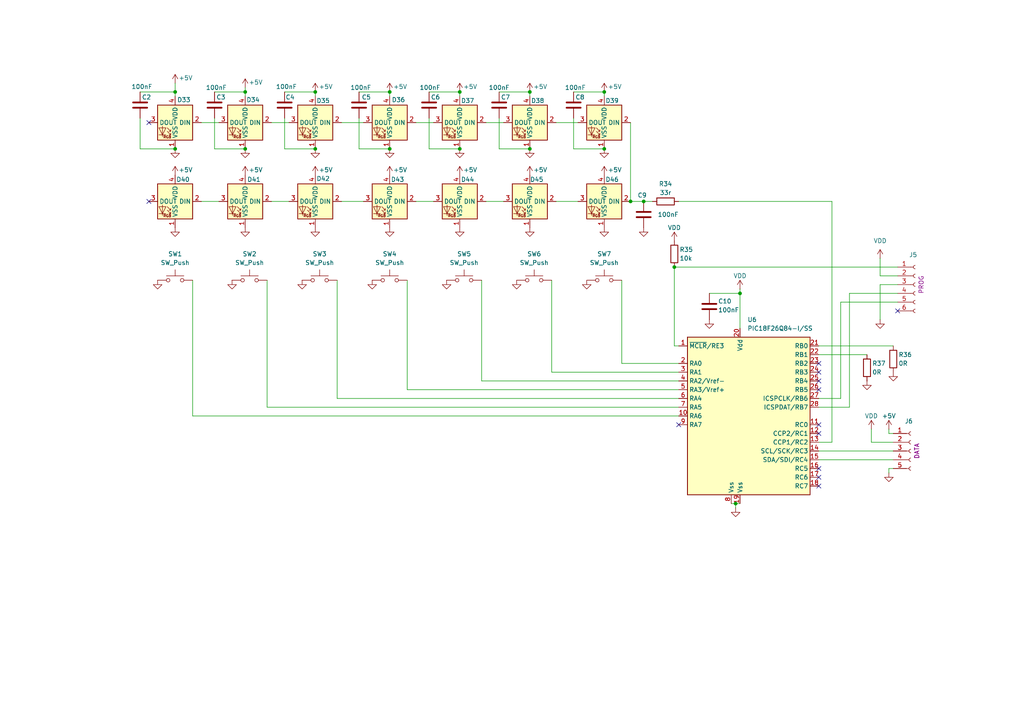
<source format=kicad_sch>
(kicad_sch (version 20250114) (generator "eeschema") (generator_version "9.0")
  (paper "A4")
  (lib_symbols
    (symbol "Connector:Conn_01x05_Socket" (pin_names (offset 1.016) (hide yes))
      (property "Reference" "J" (at 0 7.62 0))
      (property "Value" "Conn_01x05_Socket" (at 0 -7.62 0))
      (symbol "Conn_01x05_Socket_1_1"
        (polyline (pts (xy -1.27 5.08) (xy -0.508 5.08)) (stroke (width 0.1524)))
        (polyline (pts (xy -1.27 2.54) (xy -0.508 2.54)) (stroke (width 0.1524)))
        (polyline (pts (xy -1.27 0) (xy -0.508 0)) (stroke (width 0.1524)))
        (polyline (pts (xy -1.27 -2.54) (xy -0.508 -2.54)) (stroke (width 0.1524)))
        (polyline (pts (xy -1.27 -5.08) (xy -0.508 -5.08)) (stroke (width 0.1524)))
        (arc (start 0 4.572) (mid -0.5058 5.08) (end 0 5.588) (stroke (width 0.1524)))
        (arc (start 0 2.032) (mid -0.5058 2.54) (end 0 3.048) (stroke (width 0.1524)))
        (arc (start 0 -0.508) (mid -0.5058 0) (end 0 0.508) (stroke (width 0.1524)))
        (arc (start 0 -3.048) (mid -0.5058 -2.54) (end 0 -2.032) (stroke (width 0.1524)))
        (arc (start 0 -5.588) (mid -0.5058 -5.08) (end 0 -4.572) (stroke (width 0.1524)))
        (pin passive line (at -5.08 5.08 0) (length 3.81) (name "Pin_1") (number "1"))
        (pin passive line (at -5.08 2.54 0) (length 3.81) (name "Pin_2") (number "2"))
        (pin passive line (at -5.08 0 0) (length 3.81) (name "Pin_3") (number "3"))
        (pin passive line (at -5.08 -2.54 0) (length 3.81) (name "Pin_4") (number "4"))
        (pin passive line (at -5.08 -5.08 0) (length 3.81) (name "Pin_5") (number "5"))
      )
    )
    (symbol "Connector:Conn_01x06_Socket" (pin_names (offset 1.016) (hide yes))
      (property "Reference" "J" (at 0 7.62 0))
      (property "Value" "Conn_01x06_Socket" (at 0 -10.16 0))
      (symbol "Conn_01x06_Socket_1_1"
        (polyline (pts (xy -1.27 5.08) (xy -0.508 5.08)) (stroke (width 0.1524)))
        (polyline (pts (xy -1.27 2.54) (xy -0.508 2.54)) (stroke (width 0.1524)))
        (polyline (pts (xy -1.27 0) (xy -0.508 0)) (stroke (width 0.1524)))
        (polyline (pts (xy -1.27 -2.54) (xy -0.508 -2.54)) (stroke (width 0.1524)))
        (polyline (pts (xy -1.27 -5.08) (xy -0.508 -5.08)) (stroke (width 0.1524)))
        (polyline (pts (xy -1.27 -7.62) (xy -0.508 -7.62)) (stroke (width 0.1524)))
        (arc (start 0 4.572) (mid -0.5058 5.08) (end 0 5.588) (stroke (width 0.1524)))
        (arc (start 0 2.032) (mid -0.5058 2.54) (end 0 3.048) (stroke (width 0.1524)))
        (arc (start 0 -0.508) (mid -0.5058 0) (end 0 0.508) (stroke (width 0.1524)))
        (arc (start 0 -3.048) (mid -0.5058 -2.54) (end 0 -2.032) (stroke (width 0.1524)))
        (arc (start 0 -5.588) (mid -0.5058 -5.08) (end 0 -4.572) (stroke (width 0.1524)))
        (arc (start 0 -8.128) (mid -0.5058 -7.62) (end 0 -7.112) (stroke (width 0.1524)))
        (pin passive line (at -5.08 5.08 0) (length 3.81) (name "Pin_1") (number "1"))
        (pin passive line (at -5.08 2.54 0) (length 3.81) (name "Pin_2") (number "2"))
        (pin passive line (at -5.08 0 0) (length 3.81) (name "Pin_3") (number "3"))
        (pin passive line (at -5.08 -2.54 0) (length 3.81) (name "Pin_4") (number "4"))
        (pin passive line (at -5.08 -5.08 0) (length 3.81) (name "Pin_5") (number "5"))
        (pin passive line (at -5.08 -7.62 0) (length 3.81) (name "Pin_6") (number "6"))
      )
    )
    (symbol "Device:C" (pin_numbers (hide yes)) (pin_names (offset 0.254))
      (property "Reference" "C" (at 0.635 2.54 0))
      (property "Value" "C" (at 0.635 -2.54 0))
      (symbol "C_0_1"
        (polyline (pts (xy -2.032 0.762) (xy 2.032 0.762)) (stroke (width 0.508)))
        (polyline (pts (xy -2.032 -0.762) (xy 2.032 -0.762)) (stroke (width 0.508)))
      )
      (symbol "C_1_1"
        (pin passive line (at 0 3.81 270) (length 2.794) (name "~") (number "1"))
        (pin passive line (at 0 -3.81 90) (length 2.794) (name "~") (number "2"))
      )
    )
    (symbol "Device:R" (pin_numbers (hide yes)) (pin_names (offset 0))
      (property "Reference" "R" (at 2.032 0 90))
      (property "Value" "R" (at 0 0 90))
      (symbol "R_0_1"
        (rectangle (start -1.016 -2.54) (end 1.016 2.54) (stroke (width 0.254)))
      )
      (symbol "R_1_1"
        (pin passive line (at 0 3.81 270) (length 1.27) (name "~") (number "1"))
        (pin passive line (at 0 -3.81 90) (length 1.27) (name "~") (number "2"))
      )
    )
    (symbol "LED:LiteOn_LTST-E563C"
      (property "Reference" "D" (at 5.08 5.715 0))
      (property "Value" "LiteOn_LTST-E563C" (at 1.27 -5.715 0))
      (symbol "LiteOn_LTST-E563C_0_0"
        (text "RGB" (at 2.286 -4.191 0) (effects (font (size 0.762 0.762))))
      )
      (symbol "LiteOn_LTST-E563C_0_1"
        (polyline (pts (xy 1.27 -2.54) (xy 1.778 -2.54)))
        (polyline (pts (xy 1.27 -3.556) (xy 1.778 -3.556)))
        (polyline (pts (xy 2.286 -1.524) (xy 1.27 -2.54) (xy 1.27 -2.032)))
        (polyline (pts (xy 2.286 -2.54) (xy 1.27 -3.556) (xy 1.27 -3.048)))
        (polyline (pts (xy 3.683 -1.016) (xy 3.683 -3.556) (xy 3.683 -4.064)))
        (polyline (pts (xy 4.699 -1.524) (xy 2.667 -1.524) (xy 3.683 -3.556) (xy 4.699 -1.524)))
        (polyline (pts (xy 4.699 -3.556) (xy 2.667 -3.556)))
        (rectangle (start 5.08 5.08) (end -5.08 -5.08) (stroke (width 0.254)) (fill (type background)))
      )
      (symbol "LiteOn_LTST-E563C_1_1"
        (pin input line (at -7.62 0 0) (length 2.54) (name "DIN") (number "2"))
        (pin power_in line (at 0 7.62 270) (length 2.54) (name "VDD") (number "4"))
        (pin power_in line (at 0 -7.62 90) (length 2.54) (name "VSS") (number "1"))
        (pin output line (at 7.62 0 180) (length 2.54) (name "DOUT") (number "3"))
      )
    )
    (symbol "Switch:SW_Push" (pin_numbers (hide yes)) (pin_names (offset 1.016) (hide yes))
      (property "Reference" "SW" (at 1.27 2.54 0))
      (property "Value" "SW_Push" (at 0 -1.524 0))
      (symbol "SW_Push_0_1"
        (circle (center -2.032 0) (radius 0.508))
        (polyline (pts (xy 0 1.27) (xy 0 3.048)))
        (circle (center 2.032 0) (radius 0.508))
        (polyline (pts (xy 2.54 1.27) (xy -2.54 1.27)))
        (pin passive line (at -5.08 0 0) (length 2.54) (name "1") (number "1"))
        (pin passive line (at 5.08 0 180) (length 2.54) (name "2") (number "2"))
      )
    )
    (symbol "panel-01:PIC18F26Q84_ISS"
      (property "Reference" "U" (at -15.24 24.13 0))
      (property "Value" "PIC18F26Q84-I/SS" (at 9.652 24.13 0))
      (symbol "PIC18F26Q84_ISS_0_1"
        (rectangle (start -17.78 22.86) (end 17.78 -22.86) (stroke (width 0.254)) (fill (type background)))
      )
      (symbol "PIC18F26Q84_ISS_1_1"
        (pin bidirectional line (at -20.32 20.32 0) (length 2.54) (name "~{MCLR}/RE3") (number "1"))
        (pin bidirectional line (at -20.32 15.24 0) (length 2.54) (name "RA0") (number "2"))
        (pin bidirectional line (at -20.32 12.7 0) (length 2.54) (name "RA1") (number "3"))
        (pin bidirectional line (at -20.32 10.16 0) (length 2.54) (name "RA2/Vref-") (number "4"))
        (pin bidirectional line (at -20.32 7.62 0) (length 2.54) (name "RA3/Vref+") (number "5"))
        (pin bidirectional line (at -20.32 5.08 0) (length 2.54) (name "RA4") (number "6"))
        (pin bidirectional line (at -20.32 2.54 0) (length 2.54) (name "RA5") (number "7"))
        (pin bidirectional line (at -20.32 0 0) (length 2.54) (name "RA6") (number "10"))
        (pin bidirectional line (at -20.32 -2.54 0) (length 2.54) (name "RA7") (number "9"))
        (pin power_in line (at -5.08 -25.4 90) (length 2.54) (name "Vss") (number "8"))
        (pin power_in line (at -2.54 25.4 270) (length 2.54) (name "Vdd") (number "20"))
        (pin power_in line (at -2.54 -25.4 90) (length 2.54) (name "Vss") (number "19"))
        (pin bidirectional line (at 20.32 20.32 180) (length 2.54) (name "RB0") (number "21"))
        (pin bidirectional line (at 20.32 17.78 180) (length 2.54) (name "RB1") (number "22"))
        (pin bidirectional line (at 20.32 15.24 180) (length 2.54) (name "RB2") (number "23"))
        (pin bidirectional line (at 20.32 12.7 180) (length 2.54) (name "RB3") (number "24"))
        (pin bidirectional line (at 20.32 10.16 180) (length 2.54) (name "RB4") (number "25"))
        (pin bidirectional line (at 20.32 7.62 180) (length 2.54) (name "RB5") (number "26"))
        (pin bidirectional line (at 20.32 5.08 180) (length 2.54) (name "ICSPCLK/RB6") (number "27"))
        (pin bidirectional line (at 20.32 2.54 180) (length 2.54) (name "ICSPDAT/RB7") (number "28"))
        (pin bidirectional line (at 20.32 -2.54 180) (length 2.54) (name "RC0") (number "11"))
        (pin bidirectional line (at 20.32 -5.08 180) (length 2.54) (name "CCP2/RC1") (number "12"))
        (pin bidirectional line (at 20.32 -7.62 180) (length 2.54) (name "CCP1/RC2") (number "13"))
        (pin bidirectional line (at 20.32 -10.16 180) (length 2.54) (name "SCL/SCK/RC3") (number "14"))
        (pin bidirectional line (at 20.32 -12.7 180) (length 2.54) (name "SDA/SDI/RC4") (number "15"))
        (pin bidirectional line (at 20.32 -15.24 180) (length 2.54) (name "RC5") (number "16"))
        (pin bidirectional line (at 20.32 -17.78 180) (length 2.54) (name "RC6") (number "17"))
        (pin bidirectional line (at 20.32 -20.32 180) (length 2.54) (name "RC7") (number "18"))
      )
    )
    (symbol "power:+5V" (power) (pin_numbers (hide yes)) (pin_names (offset 0) (hide yes))
      (property "Value" "+5V" (at 0 3.556 0))
      (symbol "+5V_0_1"
        (polyline (pts (xy -0.762 1.27) (xy 0 2.54)))
        (polyline (pts (xy 0 2.54) (xy 0.762 1.27)))
        (polyline (pts (xy 0 0) (xy 0 2.54)))
      )
      (symbol "+5V_1_1"
        (pin power_in line (at 0 0 90) (length 0) (name "~") (number "1"))
      )
    )
    (symbol "power:GND" (power) (pin_numbers (hide yes)) (pin_names (offset 0) (hide yes))
      (property "Value" "GND" (at 0 -3.81 0))
      (symbol "GND_0_1"
        (polyline (pts (xy 0 0) (xy 0 -1.27) (xy 1.27 -1.27) (xy 0 -2.54) (xy -1.27 -1.27) (xy 0 -1.27)))
      )
      (symbol "GND_1_1"
        (pin power_in line (at 0 0 270) (length 0) (name "~") (number "1"))
      )
    )
    (symbol "power:VDD" (power) (pin_numbers (hide yes)) (pin_names (offset 0) (hide yes))
      (property "Value" "VDD" (at 0 3.556 0))
      (symbol "VDD_0_1"
        (polyline (pts (xy -0.762 1.27) (xy 0 2.54)))
        (polyline (pts (xy 0 2.54) (xy 0.762 1.27)))
        (polyline (pts (xy 0 0) (xy 0 2.54)))
      )
      (symbol "VDD_1_1"
        (pin power_in line (at 0 0 90) (length 0) (name "~") (number "1"))
      )
    )
  )
  (junction (at 113.03 43.18))
  (junction (at 195.58 77.47))
  (junction (at 175.26 26.67))
  (junction (at 133.35 43.18))
  (junction (at 50.8 26.67))
  (junction (at 182.88 58.42))
  (junction (at 153.67 26.67))
  (junction (at 133.35 26.67))
  (junction (at 153.67 43.18))
  (junction (at 186.69 58.42))
  (junction (at 71.12 43.18))
  (junction (at 214.63 85.09))
  (junction (at 91.44 43.18))
  (junction (at 91.44 26.67))
  (junction (at 71.12 26.67))
  (junction (at 50.8 43.18))
  (junction (at 213.36 146.05))
  (junction (at 175.26 43.18))
  (junction (at 113.03 26.67))
  (no_connect (at 43.18 35.56))
  (no_connect (at 196.85 123.19))
  (no_connect (at 237.49 123.19))
  (no_connect (at 43.18 58.42))
  (no_connect (at 237.49 138.43))
  (no_connect (at 237.49 110.49))
  (no_connect (at 237.49 113.03))
  (no_connect (at 260.35 90.17))
  (no_connect (at 237.49 107.95))
  (no_connect (at 237.49 135.89))
  (no_connect (at 237.49 105.41))
  (no_connect (at 237.49 140.97))
  (no_connect (at 237.49 125.73))
  (wire (pts (xy 58.42 35.56) (xy 63.5 35.56)))
  (wire (pts (xy 55.88 81.28) (xy 55.88 120.65)))
  (wire (pts (xy 140.97 35.56) (xy 146.05 35.56)))
  (wire (pts (xy 255.27 82.55) (xy 255.27 92.71)))
  (wire (pts (xy 82.55 26.67) (xy 91.44 26.67)))
  (wire (pts (xy 241.3 58.42) (xy 196.85 58.42)))
  (wire (pts (xy 259.08 135.89) (xy 257.81 135.89)))
  (wire (pts (xy 195.58 77.47) (xy 195.58 100.33)))
  (wire (pts (xy 237.49 130.81) (xy 259.08 130.81)))
  (wire (pts (xy 243.84 87.63) (xy 243.84 115.57)))
  (wire (pts (xy 195.58 77.47) (xy 260.35 77.47)))
  (wire (pts (xy 144.78 26.67) (xy 153.67 26.67)))
  (wire (pts (xy 246.38 85.09) (xy 246.38 118.11)))
  (wire (pts (xy 62.23 26.67) (xy 71.12 26.67)))
  (wire (pts (xy 62.23 43.18) (xy 71.12 43.18)))
  (wire (pts (xy 78.74 58.42) (xy 83.82 58.42)))
  (wire (pts (xy 237.49 133.35) (xy 259.08 133.35)))
  (wire (pts (xy 166.37 34.29) (xy 166.37 43.18)))
  (wire (pts (xy 167.64 58.42) (xy 161.29 58.42)))
  (wire (pts (xy 55.88 120.65) (xy 196.85 120.65)))
  (wire (pts (xy 104.14 43.18) (xy 113.03 43.18)))
  (wire (pts (xy 182.88 58.42) (xy 186.69 58.42)))
  (wire (pts (xy 214.63 85.09) (xy 214.63 83.82)))
  (wire (pts (xy 257.81 125.73) (xy 257.81 124.46)))
  (wire (pts (xy 146.05 58.42) (xy 140.97 58.42)))
  (wire (pts (xy 50.8 24.13) (xy 50.8 26.67)))
  (wire (pts (xy 260.35 82.55) (xy 255.27 82.55)))
  (wire (pts (xy 58.42 58.42) (xy 63.5 58.42)))
  (wire (pts (xy 260.35 80.01) (xy 255.27 80.01)))
  (wire (pts (xy 166.37 43.18) (xy 175.26 43.18)))
  (wire (pts (xy 40.64 34.29) (xy 40.64 43.18)))
  (wire (pts (xy 71.12 25.4) (xy 71.12 26.67)))
  (wire (pts (xy 77.47 118.11) (xy 196.85 118.11)))
  (wire (pts (xy 186.69 58.42) (xy 189.23 58.42)))
  (wire (pts (xy 124.46 34.29) (xy 124.46 43.18)))
  (wire (pts (xy 124.46 43.18) (xy 133.35 43.18)))
  (wire (pts (xy 213.36 146.05) (xy 213.36 147.32)))
  (wire (pts (xy 161.29 35.56) (xy 167.64 35.56)))
  (wire (pts (xy 237.49 102.87) (xy 251.46 102.87)))
  (wire (pts (xy 160.02 107.95) (xy 196.85 107.95)))
  (wire (pts (xy 212.09 146.05) (xy 213.36 146.05)))
  (wire (pts (xy 246.38 85.09) (xy 260.35 85.09)))
  (wire (pts (xy 124.46 26.67) (xy 133.35 26.67)))
  (wire (pts (xy 214.63 146.05) (xy 213.36 146.05)))
  (wire (pts (xy 113.03 26.67) (xy 113.03 27.94)))
  (wire (pts (xy 104.14 26.67) (xy 113.03 26.67)))
  (wire (pts (xy 214.63 85.09) (xy 214.63 95.25)))
  (wire (pts (xy 180.34 81.28) (xy 180.34 105.41)))
  (wire (pts (xy 139.7 110.49) (xy 196.85 110.49)))
  (wire (pts (xy 50.8 26.67) (xy 50.8 27.94)))
  (wire (pts (xy 182.88 35.56) (xy 182.88 58.42)))
  (wire (pts (xy 118.11 81.28) (xy 118.11 113.03)))
  (wire (pts (xy 120.65 35.56) (xy 125.73 35.56)))
  (wire (pts (xy 175.26 26.67) (xy 175.26 27.94)))
  (wire (pts (xy 125.73 58.42) (xy 120.65 58.42)))
  (wire (pts (xy 40.64 26.67) (xy 50.8 26.67)))
  (wire (pts (xy 71.12 26.67) (xy 71.12 27.94)))
  (wire (pts (xy 144.78 34.29) (xy 144.78 43.18)))
  (wire (pts (xy 237.49 118.11) (xy 246.38 118.11)))
  (wire (pts (xy 180.34 105.41) (xy 196.85 105.41)))
  (wire (pts (xy 243.84 87.63) (xy 260.35 87.63)))
  (wire (pts (xy 243.84 115.57) (xy 237.49 115.57)))
  (wire (pts (xy 252.73 128.27) (xy 252.73 124.46)))
  (wire (pts (xy 91.44 26.67) (xy 91.44 27.94)))
  (wire (pts (xy 104.14 34.29) (xy 104.14 43.18)))
  (wire (pts (xy 257.81 135.89) (xy 257.81 137.16)))
  (wire (pts (xy 62.23 34.29) (xy 62.23 43.18)))
  (wire (pts (xy 153.67 26.67) (xy 153.67 27.94)))
  (wire (pts (xy 82.55 34.29) (xy 82.55 43.18)))
  (wire (pts (xy 241.3 58.42) (xy 241.3 128.27)))
  (wire (pts (xy 118.11 113.03) (xy 196.85 113.03)))
  (wire (pts (xy 144.78 43.18) (xy 153.67 43.18)))
  (wire (pts (xy 99.06 35.56) (xy 105.41 35.56)))
  (wire (pts (xy 82.55 43.18) (xy 91.44 43.18)))
  (wire (pts (xy 195.58 100.33) (xy 196.85 100.33)))
  (wire (pts (xy 133.35 26.67) (xy 133.35 27.94)))
  (wire (pts (xy 77.47 81.28) (xy 77.47 118.11)))
  (wire (pts (xy 241.3 128.27) (xy 237.49 128.27)))
  (wire (pts (xy 99.06 58.42) (xy 105.41 58.42)))
  (wire (pts (xy 259.08 125.73) (xy 257.81 125.73)))
  (wire (pts (xy 139.7 81.28) (xy 139.7 110.49)))
  (wire (pts (xy 97.79 115.57) (xy 196.85 115.57)))
  (wire (pts (xy 78.74 35.56) (xy 83.82 35.56)))
  (wire (pts (xy 166.37 26.67) (xy 175.26 26.67)))
  (wire (pts (xy 160.02 81.28) (xy 160.02 107.95)))
  (wire (pts (xy 259.08 128.27) (xy 252.73 128.27)))
  (wire (pts (xy 40.64 43.18) (xy 50.8 43.18)))
  (wire (pts (xy 237.49 100.33) (xy 259.08 100.33)))
  (wire (pts (xy 97.79 81.28) (xy 97.79 115.57)))
  (wire (pts (xy 255.27 74.93) (xy 255.27 80.01)))
  (wire (pts (xy 205.74 85.09) (xy 214.63 85.09)))
  (symbol (lib_id "power:GND") (at 133.35 66.04 0) (mirror y) (unit 1)
    (property "Reference" "#PWR0184" (effects (hide yes)))
    (property "Value" "GND" (effects (hide yes)))
    (property "Description" "Power symbol creates a global label with name \"GND\" , ground" (effects (hide yes)))
  )
  (symbol (lib_id "power:GND") (at 186.69 66.04 0) (mirror y) (unit 1)
    (property "Reference" "#PWR059" (effects (hide yes)))
    (property "Value" "GND" (effects (hide yes)))
    (property "Description" "Power symbol creates a global label with name \"GND\" , ground" (effects (hide yes)))
  )
  (symbol (lib_id "Connector:Conn_01x05_Socket") (at 264.16 130.81 0) (unit 1)
    (property "Reference" "J6" (at 262.382 122.174 0) (effects (justify left)))
    (property "Value" "Conn_01x05_Socket" (effects (hide yes)))
    (property "Description" "Generic connector, single row, 01x05, script generated" (effects (hide yes)))
    (property "Label" "DATA" (at 265.938 130.81 90))
  )
  (symbol (lib_id "Switch:SW_Push") (at 50.8 81.28 0) (unit 1)
    (property "Reference" "SW1" (at 50.8 73.66 0))
    (property "Value" "SW_Push" (at 50.8 76.2 0))
    (property "Description" "Push button switch, generic, two pins" (effects (hide yes)))
  )
  (symbol (lib_id "Device:R") (at 193.04 58.42 90) (mirror x) (unit 1)
    (property "Reference" "R34" (at 193.04 53.34 90))
    (property "Value" "33r" (at 193.04 55.88 90))
    (property "Description" "Resistor" (effects (hide yes)))
  )
  (symbol (lib_id "power:GND") (at 259.08 107.95 0) (unit 1)
    (property "Reference" "#PWR051" (effects (hide yes)))
    (property "Value" "GND" (effects (hide yes)))
    (property "Description" "Power symbol creates a global label with name \"GND\" , ground" (effects (hide yes)))
  )
  (symbol (lib_id "power:GND") (at 50.8 43.18 0) (mirror y) (unit 1)
    (property "Reference" "#PWR021" (effects (hide yes)))
    (property "Value" "GND" (effects (hide yes)))
    (property "Description" "Power symbol creates a global label with name \"GND\" , ground" (effects (hide yes)))
  )
  (symbol (lib_id "power:VDD") (at 195.58 69.85 0) (unit 1)
    (property "Reference" "#PWR039" (effects (hide yes)))
    (property "Value" "VDD" (at 195.58 66.04 0))
    (property "Description" "Power symbol creates a global label with name \"VDD\"" (effects (hide yes)))
  )
  (symbol (lib_id "power:GND") (at 113.03 43.18 0) (mirror y) (unit 1)
    (property "Reference" "#PWR024" (effects (hide yes)))
    (property "Value" "GND" (effects (hide yes)))
    (property "Description" "Power symbol creates a global label with name \"GND\" , ground" (effects (hide yes)))
  )
  (symbol (lib_id "Device:C") (at 104.14 30.48 0) (unit 1)
    (property "Reference" "C5" (at 104.902 28.194 0) (effects (justify left)))
    (property "Value" "100nF" (at 101.6 25.4 0) (effects (justify left)))
    (property "Description" "Unpolarized capacitor" (effects (hide yes)))
  )
  (symbol (lib_id "power:GND") (at 113.03 66.04 0) (mirror y) (unit 1)
    (property "Reference" "#PWR036" (effects (hide yes)))
    (property "Value" "GND" (effects (hide yes)))
    (property "Description" "Power symbol creates a global label with name \"GND\" , ground" (effects (hide yes)))
  )
  (symbol (lib_id "power:GND") (at 257.81 137.16 0) (unit 1)
    (property "Reference" "#PWR055" (effects (hide yes)))
    (property "Value" "GND" (effects (hide yes)))
    (property "Description" "Power symbol creates a global label with name \"GND\" , ground" (effects (hide yes)))
  )
  (symbol (lib_id "LED:LiteOn_LTST-E563C") (at 153.67 35.56 0) (mirror y) (unit 1)
    (property "Reference" "D38" (at 155.956 29.21 0))
    (property "Value" "LiteOn_LTST-E563C" (effects (hide yes)))
    (property "Footprint" "LED_SMD:LED_LiteOn_LTST-E563C_PLCC4_5.0x5.0mm_P3.2mm" (effects (hide yes)))
    (property "Datasheet" "https://optoelectronics.liteon.com/upload/download/DS35-2018-0092/LTST-E563CHEGBW-AW.PDF" (effects (hide yes)))
    (property "Description" "5x5mm RGB LED with integrated controller" (effects (hide yes)))
  )
  (symbol (lib_id "power:GND") (at 205.74 92.71 0) (unit 1)
    (property "Reference" "#PWR042" (effects (hide yes)))
    (property "Value" "GND" (effects (hide yes)))
    (property "Description" "Power symbol creates a global label with name \"GND\" , ground" (effects (hide yes)))
  )
  (symbol (lib_id "power:GND") (at 175.26 66.04 0) (mirror y) (unit 1)
    (property "Reference" "#PWR038" (effects (hide yes)))
    (property "Value" "GND" (effects (hide yes)))
    (property "Description" "Power symbol creates a global label with name \"GND\" , ground" (effects (hide yes)))
  )
  (symbol (lib_id "power:+5V") (at 50.8 24.13 0) (mirror y) (unit 1)
    (property "Reference" "#PWR014" (effects (hide yes)))
    (property "Value" "+5V" (at 53.848 22.606 0))
    (property "Description" "Power symbol creates a global label with name \"+5V\"" (effects (hide yes)))
  )
  (symbol (lib_id "Switch:SW_Push") (at 72.39 81.28 0) (unit 1)
    (property "Reference" "SW2" (at 72.39 73.66 0))
    (property "Value" "SW_Push" (at 72.39 76.2 0))
    (property "Description" "Push button switch, generic, two pins" (effects (hide yes)))
  )
  (symbol (lib_id "LED:LiteOn_LTST-E563C") (at 71.12 58.42 0) (mirror y) (unit 1)
    (property "Reference" "D41" (at 73.66 52.07 0))
    (property "Value" "LiteOn_LTST-E563C" (effects (hide yes)))
    (property "Footprint" "LED_SMD:LED_LiteOn_LTST-E563C_PLCC4_5.0x5.0mm_P3.2mm" (effects (hide yes)))
    (property "Datasheet" "https://optoelectronics.liteon.com/upload/download/DS35-2018-0092/LTST-E563CHEGBW-AW.PDF" (effects (hide yes)))
    (property "Description" "5x5mm RGB LED with integrated controller" (effects (hide yes)))
  )
  (symbol (lib_id "power:VDD") (at 252.73 124.46 0) (unit 1)
    (property "Reference" "#PWR053" (effects (hide yes)))
    (property "Value" "VDD" (at 252.73 120.65 0))
    (property "Description" "Power symbol creates a global label with name \"VDD\"" (effects (hide yes)))
  )
  (symbol (lib_id "LED:LiteOn_LTST-E563C") (at 133.35 35.56 0) (mirror y) (unit 1)
    (property "Reference" "D37" (at 135.636 29.21 0))
    (property "Value" "LiteOn_LTST-E563C" (effects (hide yes)))
    (property "Footprint" "LED_SMD:LED_LiteOn_LTST-E563C_PLCC4_5.0x5.0mm_P3.2mm" (effects (hide yes)))
    (property "Datasheet" "https://optoelectronics.liteon.com/upload/download/DS35-2018-0092/LTST-E563CHEGBW-AW.PDF" (effects (hide yes)))
    (property "Description" "5x5mm RGB LED with integrated controller" (effects (hide yes)))
  )
  (symbol (lib_id "power:VDD") (at 214.63 83.82 0) (unit 1)
    (property "Reference" "#PWR097" (effects (hide yes)))
    (property "Value" "VDD" (at 214.63 80.01 0))
    (property "Description" "Power symbol creates a global label with name \"VDD\"" (effects (hide yes)))
  )
  (symbol (lib_id "power:+5V") (at 133.35 26.67 0) (mirror y) (unit 1)
    (property "Reference" "#PWR018" (effects (hide yes)))
    (property "Value" "+5V" (at 136.398 25.146 0))
    (property "Description" "Power symbol creates a global label with name \"+5V\"" (effects (hide yes)))
  )
  (symbol (lib_id "Device:C") (at 82.55 30.48 0) (unit 1)
    (property "Reference" "C4" (at 82.804 28.194 0) (effects (justify left)))
    (property "Value" "100nF" (at 80.01 25.146 0) (effects (justify left)))
    (property "Description" "Unpolarized capacitor" (effects (hide yes)))
  )
  (symbol (lib_id "power:GND") (at 87.63 81.28 0) (unit 1)
    (property "Reference" "#PWR046" (effects (hide yes)))
    (property "Value" "GND" (effects (hide yes)))
    (property "Description" "Power symbol creates a global label with name \"GND\" , ground" (effects (hide yes)))
  )
  (symbol (lib_id "Device:R") (at 251.46 106.68 0) (unit 1)
    (property "Reference" "R37" (at 252.984 105.41 0) (effects (justify left)))
    (property "Value" "0R" (at 252.984 107.95 0) (effects (justify left)))
    (property "Description" "Resistor" (effects (hide yes)))
  )
  (symbol (lib_id "power:+5V") (at 71.12 25.4 0) (mirror y) (unit 1)
    (property "Reference" "#PWR015" (effects (hide yes)))
    (property "Value" "+5V" (at 74.168 23.876 0))
    (property "Description" "Power symbol creates a global label with name \"+5V\"" (effects (hide yes)))
  )
  (symbol (lib_id "LED:LiteOn_LTST-E563C") (at 113.03 35.56 0) (mirror y) (unit 1)
    (property "Reference" "D36" (at 115.57 28.956 0))
    (property "Value" "LiteOn_LTST-E563C" (effects (hide yes)))
    (property "Footprint" "LED_SMD:LED_LiteOn_LTST-E563C_PLCC4_5.0x5.0mm_P3.2mm" (effects (hide yes)))
    (property "Datasheet" "https://optoelectronics.liteon.com/upload/download/DS35-2018-0092/LTST-E563CHEGBW-AW.PDF" (effects (hide yes)))
    (property "Description" "5x5mm RGB LED with integrated controller" (effects (hide yes)))
  )
  (symbol (lib_id "panel-01:PIC18F26Q84_ISS") (at 217.17 120.65 0) (unit 1)
    (property "Reference" "U6" (at 216.7733 92.71 0) (effects (justify left)))
    (property "Value" "PIC18F26Q84-I/SS" (at 216.7733 95.25 0) (effects (justify left)))
    (property "Datasheet" "https://www.mouser.es/datasheet/3/282/1/PIC18F26-46-56Q84-Data-Sheet-DS40002259.pdf" (effects (hide yes)))
  )
  (symbol (lib_id "Device:C") (at 144.78 30.48 0) (unit 1)
    (property "Reference" "C7" (at 145.288 28.194 0) (effects (justify left)))
    (property "Value" "100nF" (at 141.732 25.4 0) (effects (justify left)))
    (property "Description" "Unpolarized capacitor" (effects (hide yes)))
  )
  (symbol (lib_id "power:GND") (at 71.12 43.18 0) (mirror y) (unit 1)
    (property "Reference" "#PWR022" (effects (hide yes)))
    (property "Value" "GND" (effects (hide yes)))
    (property "Description" "Power symbol creates a global label with name \"GND\" , ground" (effects (hide yes)))
  )
  (symbol (lib_id "Device:R") (at 259.08 104.14 180) (unit 1)
    (property "Reference" "R36" (at 260.604 102.87 0) (effects (justify right)))
    (property "Value" "0R" (at 260.604 105.41 0) (effects (justify right)))
    (property "Description" "Resistor" (effects (hide yes)))
  )
  (symbol (lib_id "Connector:Conn_01x06_Socket") (at 265.43 82.55 0) (unit 1)
    (property "Reference" "J5" (at 263.652 73.914 0) (effects (justify left)))
    (property "Value" "Conn_01x05_Socket" (effects (hide yes)))
    (property "Description" "Generic connector, single row, 01x06, script generated" (effects (hide yes)))
    (property "Label" "PROG" (at 267.208 82.55 90))
  )
  (symbol (lib_id "LED:LiteOn_LTST-E563C") (at 50.8 58.42 0) (mirror y) (unit 1)
    (property "Reference" "D40" (at 53.086 52.07 0))
    (property "Value" "LiteOn_LTST-E563C" (effects (hide yes)))
    (property "Footprint" "LED_SMD:LED_LiteOn_LTST-E563C_PLCC4_5.0x5.0mm_P3.2mm" (effects (hide yes)))
    (property "Datasheet" "https://optoelectronics.liteon.com/upload/download/DS35-2018-0092/LTST-E563CHEGBW-AW.PDF" (effects (hide yes)))
    (property "Description" "5x5mm RGB LED with integrated controller" (effects (hide yes)))
  )
  (symbol (lib_id "power:GND") (at 71.12 66.04 0) (mirror y) (unit 1)
    (property "Reference" "#PWR034" (effects (hide yes)))
    (property "Value" "GND" (effects (hide yes)))
    (property "Description" "Power symbol creates a global label with name \"GND\" , ground" (effects (hide yes)))
  )
  (symbol (lib_id "LED:LiteOn_LTST-E563C") (at 91.44 35.56 0) (mirror y) (unit 1)
    (property "Reference" "D35" (at 93.726 29.21 0))
    (property "Value" "LiteOn_LTST-E563C" (effects (hide yes)))
    (property "Footprint" "LED_SMD:LED_LiteOn_LTST-E563C_PLCC4_5.0x5.0mm_P3.2mm" (effects (hide yes)))
    (property "Datasheet" "https://optoelectronics.liteon.com/upload/download/DS35-2018-0092/LTST-E563CHEGBW-AW.PDF" (effects (hide yes)))
    (property "Description" "5x5mm RGB LED with integrated controller" (effects (hide yes)))
  )
  (symbol (lib_id "power:GND") (at 129.54 81.28 0) (unit 1)
    (property "Reference" "#PWR048" (effects (hide yes)))
    (property "Value" "GND" (effects (hide yes)))
    (property "Description" "Power symbol creates a global label with name \"GND\" , ground" (effects (hide yes)))
  )
  (symbol (lib_id "Switch:SW_Push") (at 92.71 81.28 0) (unit 1)
    (property "Reference" "SW3" (at 92.71 73.66 0))
    (property "Value" "SW_Push" (at 92.71 76.2 0))
    (property "Description" "Push button switch, generic, two pins" (effects (hide yes)))
  )
  (symbol (lib_id "power:VDD") (at 255.27 74.93 0) (unit 1)
    (property "Reference" "#PWR040" (effects (hide yes)))
    (property "Value" "VDD" (at 255.27 69.85 0))
    (property "Description" "Power symbol creates a global label with name \"VDD\"" (effects (hide yes)))
  )
  (symbol (lib_id "power:+5V") (at 91.44 50.8 0) (mirror y) (unit 1)
    (property "Reference" "#PWR058" (effects (hide yes)))
    (property "Value" "+5V" (at 94.488 49.276 0))
    (property "Description" "Power symbol creates a global label with name \"+5V\"" (effects (hide yes)))
  )
  (symbol (lib_id "power:+5V") (at 71.12 50.8 0) (mirror y) (unit 1)
    (property "Reference" "#PWR057" (effects (hide yes)))
    (property "Value" "+5V" (at 74.168 49.276 0))
    (property "Description" "Power symbol creates a global label with name \"+5V\"" (effects (hide yes)))
  )
  (symbol (lib_id "power:GND") (at 107.95 81.28 0) (unit 1)
    (property "Reference" "#PWR047" (effects (hide yes)))
    (property "Value" "GND" (effects (hide yes)))
    (property "Description" "Power symbol creates a global label with name \"GND\" , ground" (effects (hide yes)))
  )
  (symbol (lib_id "power:GND") (at 251.46 110.49 0) (unit 1)
    (property "Reference" "#PWR052" (effects (hide yes)))
    (property "Value" "GND" (effects (hide yes)))
    (property "Description" "Power symbol creates a global label with name \"GND\" , ground" (effects (hide yes)))
  )
  (symbol (lib_id "power:+5V") (at 153.67 50.8 0) (mirror y) (unit 1)
    (property "Reference" "#PWR031" (effects (hide yes)))
    (property "Value" "+5V" (at 156.718 49.276 0))
    (property "Description" "Power symbol creates a global label with name \"+5V\"" (effects (hide yes)))
  )
  (symbol (lib_id "Device:C") (at 186.69 62.23 0) (mirror x) (unit 1)
    (property "Reference" "C9" (at 184.912 56.642 0) (effects (justify left)))
    (property "Value" "100nF" (at 190.754 62.23 0) (effects (justify left)))
    (property "Description" "Unpolarized capacitor" (effects (hide yes)))
  )
  (symbol (lib_id "power:GND") (at 45.72 81.28 0) (unit 1)
    (property "Reference" "#PWR044" (effects (hide yes)))
    (property "Value" "GND" (effects (hide yes)))
    (property "Description" "Power symbol creates a global label with name \"GND\" , ground" (effects (hide yes)))
  )
  (symbol (lib_id "power:+5V") (at 175.26 26.67 0) (mirror y) (unit 1)
    (property "Reference" "#PWR066" (effects (hide yes)))
    (property "Value" "+5V" (at 178.308 25.146 0))
    (property "Description" "Power symbol creates a global label with name \"+5V\"" (effects (hide yes)))
  )
  (symbol (lib_id "Device:C") (at 62.23 30.48 0) (unit 1)
    (property "Reference" "C3" (at 62.738 28.194 0) (effects (justify left)))
    (property "Value" "100nF" (at 59.69 25.4 0) (effects (justify left)))
    (property "Description" "Unpolarized capacitor" (effects (hide yes)))
  )
  (symbol (lib_id "LED:LiteOn_LTST-E563C") (at 71.12 35.56 0) (mirror y) (unit 1)
    (property "Reference" "D34" (at 73.406 28.956 0))
    (property "Value" "LiteOn_LTST-E563C" (effects (hide yes)))
    (property "Footprint" "LED_SMD:LED_LiteOn_LTST-E563C_PLCC4_5.0x5.0mm_P3.2mm" (effects (hide yes)))
    (property "Datasheet" "https://optoelectronics.liteon.com/upload/download/DS35-2018-0092/LTST-E563CHEGBW-AW.PDF" (effects (hide yes)))
    (property "Description" "5x5mm RGB LED with integrated controller" (effects (hide yes)))
  )
  (symbol (lib_id "Device:C") (at 40.64 30.48 0) (unit 1)
    (property "Reference" "C2" (at 41.148 28.194 0) (effects (justify left)))
    (property "Value" "100nF" (at 38.1 25.146 0) (effects (justify left)))
    (property "Description" "Unpolarized capacitor" (effects (hide yes)))
  )
  (symbol (lib_id "power:+5V") (at 133.35 50.8 0) (mirror y) (unit 1)
    (property "Reference" "#PWR030" (effects (hide yes)))
    (property "Value" "+5V" (at 136.398 49.276 0))
    (property "Description" "Power symbol creates a global label with name \"+5V\"" (effects (hide yes)))
  )
  (symbol (lib_id "power:+5V") (at 153.67 26.67 0) (mirror y) (unit 1)
    (property "Reference" "#PWR019" (effects (hide yes)))
    (property "Value" "+5V" (at 156.718 25.146 0))
    (property "Description" "Power symbol creates a global label with name \"+5V\"" (effects (hide yes)))
  )
  (symbol (lib_id "LED:LiteOn_LTST-E563C") (at 50.8 35.56 0) (mirror y) (unit 1)
    (property "Reference" "D33" (at 53.34 28.956 0))
    (property "Value" "LiteOn_LTST-E563C" (effects (hide yes)))
    (property "Footprint" "LED_SMD:LED_LiteOn_LTST-E563C_PLCC4_5.0x5.0mm_P3.2mm" (effects (hide yes)))
    (property "Datasheet" "https://optoelectronics.liteon.com/upload/download/DS35-2018-0092/LTST-E563CHEGBW-AW.PDF" (effects (hide yes)))
    (property "Description" "5x5mm RGB LED with integrated controller" (effects (hide yes)))
  )
  (symbol (lib_id "power:GND") (at 133.35 43.18 0) (mirror y) (unit 1)
    (property "Reference" "#PWR025" (effects (hide yes)))
    (property "Value" "GND" (effects (hide yes)))
    (property "Description" "Power symbol creates a global label with name \"GND\" , ground" (effects (hide yes)))
  )
  (symbol (lib_id "power:+5V") (at 113.03 50.8 0) (mirror y) (unit 1)
    (property "Reference" "#PWR029" (effects (hide yes)))
    (property "Value" "+5V" (at 116.078 49.276 0))
    (property "Description" "Power symbol creates a global label with name \"+5V\"" (effects (hide yes)))
  )
  (symbol (lib_id "power:GND") (at 149.86 81.28 0) (unit 1)
    (property "Reference" "#PWR049" (effects (hide yes)))
    (property "Value" "GND" (effects (hide yes)))
    (property "Description" "Power symbol creates a global label with name \"GND\" , ground" (effects (hide yes)))
  )
  (symbol (lib_id "power:+5V") (at 91.44 26.67 0) (mirror y) (unit 1)
    (property "Reference" "#PWR016" (effects (hide yes)))
    (property "Value" "+5V" (at 94.488 25.146 0))
    (property "Description" "Power symbol creates a global label with name \"+5V\"" (effects (hide yes)))
  )
  (symbol (lib_id "LED:LiteOn_LTST-E563C") (at 175.26 58.42 0) (mirror y) (unit 1)
    (property "Reference" "D46" (at 177.546 52.07 0))
    (property "Value" "LiteOn_LTST-E563C" (effects (hide yes)))
    (property "Footprint" "LED_SMD:LED_LiteOn_LTST-E563C_PLCC4_5.0x5.0mm_P3.2mm" (effects (hide yes)))
    (property "Datasheet" "https://optoelectronics.liteon.com/upload/download/DS35-2018-0092/LTST-E563CHEGBW-AW.PDF" (effects (hide yes)))
    (property "Description" "5x5mm RGB LED with integrated controller" (effects (hide yes)))
  )
  (symbol (lib_id "Switch:SW_Push") (at 154.94 81.28 0) (unit 1)
    (property "Reference" "SW6" (at 154.94 73.66 0))
    (property "Value" "SW_Push" (at 154.94 76.2 0))
    (property "Description" "Push button switch, generic, two pins" (effects (hide yes)))
  )
  (symbol (lib_id "Switch:SW_Push") (at 175.26 81.28 0) (unit 1)
    (property "Reference" "SW7" (at 175.26 73.66 0))
    (property "Value" "SW_Push" (at 175.26 76.2 0))
    (property "Description" "Push button switch, generic, two pins" (effects (hide yes)))
  )
  (symbol (lib_id "power:+5V") (at 50.8 50.8 0) (mirror y) (unit 1)
    (property "Reference" "#PWR028" (effects (hide yes)))
    (property "Value" "+5V" (at 53.848 49.276 0))
    (property "Description" "Power symbol creates a global label with name \"+5V\"" (effects (hide yes)))
  )
  (symbol (lib_id "LED:LiteOn_LTST-E563C") (at 133.35 58.42 0) (mirror y) (unit 1)
    (property "Reference" "D44" (at 135.636 52.07 0))
    (property "Value" "LiteOn_LTST-E563C" (effects (hide yes)))
    (property "Footprint" "LED_SMD:LED_LiteOn_LTST-E563C_PLCC4_5.0x5.0mm_P3.2mm" (effects (hide yes)))
    (property "Datasheet" "https://optoelectronics.liteon.com/upload/download/DS35-2018-0092/LTST-E563CHEGBW-AW.PDF" (effects (hide yes)))
    (property "Description" "5x5mm RGB LED with integrated controller" (effects (hide yes)))
  )
  (symbol (lib_id "power:+5V") (at 175.26 50.8 0) (mirror y) (unit 1)
    (property "Reference" "#PWR032" (effects (hide yes)))
    (property "Value" "+5V" (at 178.308 49.276 0))
    (property "Description" "Power symbol creates a global label with name \"+5V\"" (effects (hide yes)))
  )
  (symbol (lib_id "power:GND") (at 175.26 43.18 0) (mirror y) (unit 1)
    (property "Reference" "#PWR073" (effects (hide yes)))
    (property "Value" "GND" (effects (hide yes)))
    (property "Description" "Power symbol creates a global label with name \"GND\" , ground" (effects (hide yes)))
  )
  (symbol (lib_id "Device:C") (at 205.74 88.9 0) (unit 1)
    (property "Reference" "C10" (at 208.28 87.376 0) (effects (justify left)))
    (property "Value" "100nF" (at 208.28 89.916 0) (effects (justify left)))
    (property "Description" "Unpolarized capacitor" (effects (hide yes)))
  )
  (symbol (lib_id "LED:LiteOn_LTST-E563C") (at 91.44 58.42 0) (mirror y) (unit 1)
    (property "Reference" "D42" (at 93.726 51.816 0))
    (property "Value" "LiteOn_LTST-E563C" (effects (hide yes)))
    (property "Footprint" "LED_SMD:LED_LiteOn_LTST-E563C_PLCC4_5.0x5.0mm_P3.2mm" (effects (hide yes)))
    (property "Datasheet" "https://optoelectronics.liteon.com/upload/download/DS35-2018-0092/LTST-E563CHEGBW-AW.PDF" (effects (hide yes)))
    (property "Description" "5x5mm RGB LED with integrated controller" (effects (hide yes)))
  )
  (symbol (lib_id "power:+5V") (at 257.81 124.46 0) (unit 1)
    (property "Reference" "#PWR054" (effects (hide yes)))
    (property "Value" "+5V" (at 257.81 120.65 0))
    (property "Description" "Power symbol creates a global label with name \"+5V\"" (effects (hide yes)))
  )
  (symbol (lib_id "Device:C") (at 166.37 30.48 0) (unit 1)
    (property "Reference" "C8" (at 166.878 28.194 0) (effects (justify left)))
    (property "Value" "100nF" (at 163.83 25.4 0) (effects (justify left)))
    (property "Description" "Unpolarized capacitor" (effects (hide yes)))
  )
  (symbol (lib_id "power:GND") (at 153.67 43.18 0) (mirror y) (unit 1)
    (property "Reference" "#PWR026" (effects (hide yes)))
    (property "Value" "GND" (effects (hide yes)))
    (property "Description" "Power symbol creates a global label with name \"GND\" , ground" (effects (hide yes)))
  )
  (symbol (lib_id "Device:R") (at 195.58 73.66 0) (unit 1)
    (property "Reference" "R35" (at 197.104 72.39 0) (effects (justify left)))
    (property "Value" "10k" (at 197.104 74.93 0) (effects (justify left)))
    (property "Description" "Resistor" (effects (hide yes)))
  )
  (symbol (lib_id "Switch:SW_Push") (at 134.62 81.28 0) (unit 1)
    (property "Reference" "SW5" (at 134.62 73.66 0))
    (property "Value" "SW_Push" (at 134.62 76.2 0))
    (property "Description" "Push button switch, generic, two pins" (effects (hide yes)))
  )
  (symbol (lib_id "LED:LiteOn_LTST-E563C") (at 113.03 58.42 0) (mirror y) (unit 1)
    (property "Reference" "D43" (at 115.316 52.07 0))
    (property "Value" "LiteOn_LTST-E563C" (effects (hide yes)))
    (property "Footprint" "LED_SMD:LED_LiteOn_LTST-E563C_PLCC4_5.0x5.0mm_P3.2mm" (effects (hide yes)))
    (property "Datasheet" "https://optoelectronics.liteon.com/upload/download/DS35-2018-0092/LTST-E563CHEGBW-AW.PDF" (effects (hide yes)))
    (property "Description" "5x5mm RGB LED with integrated controller" (effects (hide yes)))
  )
  (symbol (lib_id "LED:LiteOn_LTST-E563C") (at 153.67 58.42 0) (mirror y) (unit 1)
    (property "Reference" "D45" (at 155.702 52.07 0))
    (property "Value" "LiteOn_LTST-E563C" (effects (hide yes)))
    (property "Footprint" "LED_SMD:LED_LiteOn_LTST-E563C_PLCC4_5.0x5.0mm_P3.2mm" (effects (hide yes)))
    (property "Datasheet" "https://optoelectronics.liteon.com/upload/download/DS35-2018-0092/LTST-E563CHEGBW-AW.PDF" (effects (hide yes)))
    (property "Description" "5x5mm RGB LED with integrated controller" (effects (hide yes)))
  )
  (symbol (lib_id "power:GND") (at 213.36 147.32 0) (unit 1)
    (property "Reference" "#PWR056" (effects (hide yes)))
    (property "Value" "GND" (effects (hide yes)))
    (property "Description" "Power symbol creates a global label with name \"GND\" , ground" (effects (hide yes)))
  )
  (symbol (lib_id "power:GND") (at 153.67 66.04 0) (mirror y) (unit 1)
    (property "Reference" "#PWR037" (effects (hide yes)))
    (property "Value" "GND" (effects (hide yes)))
    (property "Description" "Power symbol creates a global label with name \"GND\" , ground" (effects (hide yes)))
  )
  (symbol (lib_id "LED:LiteOn_LTST-E563C") (at 175.26 35.56 0) (mirror y) (unit 1)
    (property "Reference" "D39" (at 177.546 29.21 0))
    (property "Value" "LiteOn_LTST-E563C" (effects (hide yes)))
    (property "Footprint" "LED_SMD:LED_LiteOn_LTST-E563C_PLCC4_5.0x5.0mm_P3.2mm" (effects (hide yes)))
    (property "Datasheet" "https://optoelectronics.liteon.com/upload/download/DS35-2018-0092/LTST-E563CHEGBW-AW.PDF" (effects (hide yes)))
    (property "Description" "5x5mm RGB LED with integrated controller" (effects (hide yes)))
  )
  (symbol (lib_id "power:GND") (at 91.44 66.04 0) (mirror y) (unit 1)
    (property "Reference" "#PWR035" (effects (hide yes)))
    (property "Value" "GND" (effects (hide yes)))
    (property "Description" "Power symbol creates a global label with name \"GND\" , ground" (effects (hide yes)))
  )
  (symbol (lib_id "Switch:SW_Push") (at 113.03 81.28 0) (unit 1)
    (property "Reference" "SW4" (at 113.03 73.66 0))
    (property "Value" "SW_Push" (at 113.03 76.2 0))
    (property "Description" "Push button switch, generic, two pins" (effects (hide yes)))
  )
  (symbol (lib_id "power:GND") (at 91.44 43.18 0) (mirror y) (unit 1)
    (property "Reference" "#PWR023" (effects (hide yes)))
    (property "Value" "GND" (effects (hide yes)))
    (property "Description" "Power symbol creates a global label with name \"GND\" , ground" (effects (hide yes)))
  )
  (symbol (lib_id "power:GND") (at 255.27 92.71 0) (unit 1)
    (property "Reference" "#PWR043" (effects (hide yes)))
    (property "Value" "GND" (effects (hide yes)))
    (property "Description" "Power symbol creates a global label with name \"GND\" , ground" (effects (hide yes)))
  )
  (symbol (lib_id "power:GND") (at 170.18 81.28 0) (unit 1)
    (property "Reference" "#PWR050" (effects (hide yes)))
    (property "Value" "GND" (effects (hide yes)))
    (property "Description" "Power symbol creates a global label with name \"GND\" , ground" (effects (hide yes)))
  )
  (symbol (lib_id "Device:C") (at 124.46 30.48 0) (unit 1)
    (property "Reference" "C6" (at 124.968 28.194 0) (effects (justify left)))
    (property "Value" "100nF" (at 121.666 25.4 0) (effects (justify left)))
    (property "Description" "Unpolarized capacitor" (effects (hide yes)))
  )
  (symbol (lib_id "power:+5V") (at 113.03 26.67 0) (mirror y) (unit 1)
    (property "Reference" "#PWR017" (effects (hide yes)))
    (property "Value" "+5V" (at 116.078 25.146 0))
    (property "Description" "Power symbol creates a global label with name \"+5V\"" (effects (hide yes)))
  )
  (symbol (lib_id "power:GND") (at 67.31 81.28 0) (unit 1)
    (property "Reference" "#PWR045" (effects (hide yes)))
    (property "Value" "GND" (effects (hide yes)))
    (property "Description" "Power symbol creates a global label with name \"GND\" , ground" (effects (hide yes)))
  )
  (symbol (lib_id "power:GND") (at 50.8 66.04 0) (mirror y) (unit 1)
    (property "Reference" "#PWR033" (effects (hide yes)))
    (property "Value" "GND" (effects (hide yes)))
    (property "Description" "Power symbol creates a global label with name \"GND\" , ground" (effects (hide yes)))
  )
)
</source>
